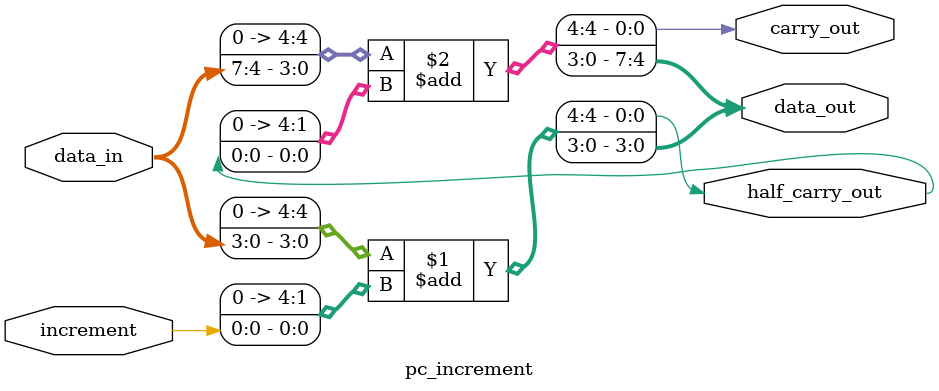
<source format=sv>
`timescale 1ns / 1ps

module pc_increment(
    input [7:0] data_in,
    input increment,
    output [7:0] data_out,
    output half_carry_out,
    output carry_out
);

assign {half_carry_out, data_out[3:0]} = 
    {1'b0, data_in[3:0]} + {4'b0, increment};
assign {carry_out, data_out[7:4]} = 
    {1'b0, data_in[7:4]} + {4'b0, half_carry_out};

endmodule
</source>
